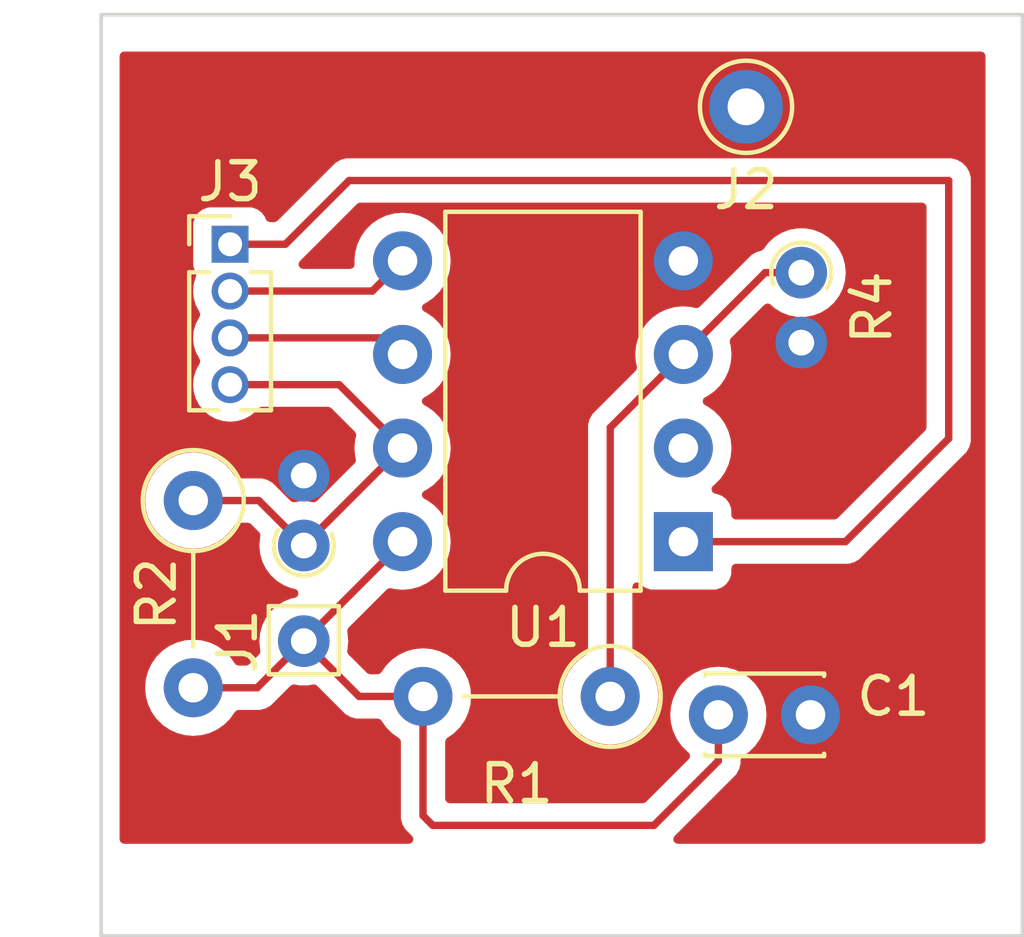
<source format=kicad_pcb>
(kicad_pcb (version 20240108) (generator "pcbnew") (generator_version "8.0")
  (layers (0 "F.Cu" signal) (31 "B.Cu" signal) (34 "B.Paste" user) (35 "F.Paste" user) (36 "B.SilkS" user "B.Silkscreen") (37 "F.SilkS" user "F.Silkscreen") (38 "B.Mask" user) (39 "F.Mask" user) (44 "Edge.Cuts" user))
  (net 0 "")
  (net 1 "+5V")
  (net 2 "GND")
  (net 3 "Net-(J3-Pin_4)")
  (net 4 "Net-(J3-Pin_2)")
  (net 5 "Net-(J3-Pin_1)")
  (net 6 "Net-(J3-Pin_3)")
  (net 7 "Net-(U1-XTAL2{slash}PB4)")
  (footprint "Connector_Pin:Pin_D0.7mm_L6.5mm_W1.8mm_FlatFork" (layer "F.Cu") (at 122.5 91.5 -90)
    (property "Reference" "J1" (at 0 1.8 -90) (layer "F.SilkS"))
    (property "Value" "Conn_01x01_Pin")
    (fp_line (start -0.95 0.95) (end 0.9 0.95) (stroke (width 0.12)) (layer "F.SilkS"))
    (fp_line (start 0.9 0.95) (end 0.9 -0.9) (stroke (width 0.12)) (layer "F.SilkS"))
    (fp_line (start 0.9 -0.9) (end 0.9 -0.95) (stroke (width 0.12)) (layer "F.SilkS"))
    (fp_line (start -0.95 -0.95) (end -0.95 0.95) (stroke (width 0.12)) (layer "F.SilkS"))
    (fp_line (start 0.9 -0.95) (end -0.95 -0.95) (stroke (width 0.12)) (layer "F.SilkS"))
    (pad "1" thru_hole circle (at 0 0 270) (size 1.4 1.4) (drill 0.7) (layers "*.Cu" "*.Mask") (net 1 "+5V"))
  )
  (footprint "Connector_Pin:Pin_D1.0mm_L10.0mm" (layer "F.Cu") (at 134.5 77)
    (property "Reference" "J2" (at 0 2.25 0) (layer "F.SilkS"))
    (property "Value" "Conn_01x01_Pin")
    (fp_circle (center 0 0) (end 1.25 0.05) (stroke (width 0.12)) (fill none) (layer "F.SilkS"))
    (pad "1" thru_hole circle (at 0 0) (size 2 2) (drill 1) (layers "*.Cu" "*.Mask") (net 2 "GND"))
  )
  (footprint "Connector_PinHeader_1.27mm:PinHeader_1x04_P1.27mm_Vertical" (layer "F.Cu") (at 120.5 80.73)
    (property "Reference" "J3" (at 0 -1.695 0) (layer "F.SilkS"))
    (property "Value" "Conn_01x04_Pin")
    (fp_line (start -1.11 -0.76) (end 0 -0.76) (stroke (width 0.12)) (layer "F.SilkS"))
    (fp_line (start -1.11 0) (end -1.11 -0.76) (stroke (width 0.12)) (layer "F.SilkS"))
    (fp_line (start -1.11 0.76) (end -1.11 4.505) (stroke (width 0.12)) (layer "F.SilkS"))
    (fp_line (start -1.11 0.76) (end -0.563471 0.76) (stroke (width 0.12)) (layer "F.SilkS"))
    (fp_line (start -1.11 4.505) (end -0.30753 4.505) (stroke (width 0.12)) (layer "F.SilkS"))
    (fp_line (start 0.30753 4.505) (end 1.11 4.505) (stroke (width 0.12)) (layer "F.SilkS"))
    (fp_line (start 0.563471 0.76) (end 1.11 0.76) (stroke (width 0.12)) (layer "F.SilkS"))
    (fp_line (start 1.11 0.76) (end 1.11 4.505) (stroke (width 0.12)) (layer "F.SilkS"))
    (pad "1" thru_hole rect (at 0 0) (size 1 1) (drill 0.65) (layers "*.Cu" "*.Mask") (net 5 "Net-(J3-Pin_1)"))
    (pad "2" thru_hole oval (at 0 1.27) (size 1 1) (drill 0.65) (layers "*.Cu" "*.Mask") (net 4 "Net-(J3-Pin_2)"))
    (pad "3" thru_hole oval (at 0 2.54) (size 1 1) (drill 0.65) (layers "*.Cu" "*.Mask") (net 6 "Net-(J3-Pin_3)"))
    (pad "4" thru_hole oval (at 0 3.81) (size 1 1) (drill 0.65) (layers "*.Cu" "*.Mask") (net 3 "Net-(J3-Pin_4)"))
  )
  (footprint "Capacitor_THT:C_Disc_D3.0mm_W2.0mm_P2.50mm" (layer "F.Cu") (at 133.75 93.5)
    (property "Reference" "C1" (at 4.75 -0.5 0) (layer "F.SilkS"))
    (property "Value" "C")
    (fp_line (start -0.37 -1.12) (end -0.37 -1.055) (stroke (width 0.12)) (layer "F.SilkS"))
    (fp_line (start -0.37 -1.12) (end 2.87 -1.12) (stroke (width 0.12)) (layer "F.SilkS"))
    (fp_line (start -0.37 1.055) (end -0.37 1.12) (stroke (width 0.12)) (layer "F.SilkS"))
    (fp_line (start -0.37 1.12) (end 2.87 1.12) (stroke (width 0.12)) (layer "F.SilkS"))
    (fp_line (start 2.87 -1.12) (end 2.87 -1.055) (stroke (width 0.12)) (layer "F.SilkS"))
    (fp_line (start 2.87 1.055) (end 2.87 1.12) (stroke (width 0.12)) (layer "F.SilkS"))
    (pad "1" thru_hole circle (at 0 0) (size 1.6 1.6) (drill 0.8) (layers "*.Cu" "*.Mask") (net 1 "+5V"))
    (pad "2" thru_hole circle (at 2.5 0) (size 1.6 1.6) (drill 0.8) (layers "*.Cu" "*.Mask") (net 2 "GND"))
  )
  (footprint "Resistor_THT:R_Axial_DIN0207_L6.3mm_D2.5mm_P5.08mm_Vertical" (layer "F.Cu") (at 119.5 87.685 -90)
    (property "Reference" "R2" (at 2.54 1 90) (layer "F.SilkS"))
    (property "Value" "R")
    (fp_line (start 1.37 0) (end 3.98 0) (stroke (width 0.12)) (layer "F.SilkS"))
    (fp_circle (center 0 0) (end 1.37 0) (stroke (width 0.12)) (fill none) (layer "F.SilkS"))
    (pad "1" thru_hole circle (at 0 0 270) (size 1.6 1.6) (drill 0.8) (layers "*.Cu" "*.Mask") (net 3 "Net-(J3-Pin_4)"))
    (pad "2" thru_hole oval (at 5.08 0 270) (size 1.6 1.6) (drill 0.8) (layers "*.Cu" "*.Mask") (net 1 "+5V"))
  )
  (footprint "Package_DIP:DIP-8_W7.62mm" (layer "F.Cu") (at 132.8 88.8 180)
    (property "Reference" "U1" (at 3.81 -2.33 180) (layer "F.SilkS"))
    (property "Value" "ATtiny85-20P")
    (fp_line (start 6.46 8.95) (end 6.46 -1.33) (stroke (width 0.12)) (layer "F.SilkS"))
    (fp_line (start 6.46 -1.33) (end 4.81 -1.33) (stroke (width 0.12)) (layer "F.SilkS"))
    (fp_line (start 2.81 -1.33) (end 1.16 -1.33) (stroke (width 0.12)) (layer "F.SilkS"))
    (fp_line (start 1.16 8.95) (end 6.46 8.95) (stroke (width 0.12)) (layer "F.SilkS"))
    (fp_line (start 1.16 -1.33) (end 1.16 8.95) (stroke (width 0.12)) (layer "F.SilkS"))
    (fp_arc (start 4.81 -1.33) (mid 3.81 -0.33) (end 2.81 -1.33) (stroke (width 0.12)) (layer "F.SilkS"))
    (pad "1" thru_hole rect (at 0 0 180) (size 1.6 1.6) (drill 0.8) (layers "*.Cu" "*.Mask") (net 5 "Net-(J3-Pin_1)"))
    (pad "2" thru_hole oval (at 0 2.54 180) (size 1.6 1.6) (drill 0.8) (layers "*.Cu" "*.Mask"))
    (pad "3" thru_hole oval (at 0 5.08 180) (size 1.6 1.6) (drill 0.8) (layers "*.Cu" "*.Mask") (net 7 "Net-(U1-XTAL2{slash}PB4)"))
    (pad "4" thru_hole oval (at 0 7.62 180) (size 1.6 1.6) (drill 0.8) (layers "*.Cu" "*.Mask") (net 2 "GND"))
    (pad "5" thru_hole oval (at 7.62 7.62 180) (size 1.6 1.6) (drill 0.8) (layers "*.Cu" "*.Mask") (net 4 "Net-(J3-Pin_2)"))
    (pad "6" thru_hole oval (at 7.62 5.08 180) (size 1.6 1.6) (drill 0.8) (layers "*.Cu" "*.Mask") (net 6 "Net-(J3-Pin_3)"))
    (pad "7" thru_hole oval (at 7.62 2.54 180) (size 1.6 1.6) (drill 0.8) (layers "*.Cu" "*.Mask") (net 3 "Net-(J3-Pin_4)"))
    (pad "8" thru_hole oval (at 7.62 0 180) (size 1.6 1.6) (drill 0.8) (layers "*.Cu" "*.Mask") (net 1 "+5V"))
  )
  (footprint "Resistor_THT:R_Axial_DIN0204_L3.6mm_D1.6mm_P1.90mm_Vertical" (layer "F.Cu") (at 136 81.5 -90)
    (property "Reference" "R4" (at 0.95 -1.92 90) (layer "F.SilkS"))
    (property "Value" "R_Variable")
    (fp_arc (start 0.320095 0.749359) (mid -0.813042 -0.054435) (end 0.417133 -0.7) (stroke (width 0.12)) (layer "F.SilkS"))
    (pad "1" thru_hole circle (at 0 0 270) (size 1.4 1.4) (drill 0.7) (layers "*.Cu" "*.Mask") (net 7 "Net-(U1-XTAL2{slash}PB4)"))
    (pad "2" thru_hole oval (at 1.9 0 270) (size 1.4 1.4) (drill 0.7) (layers "*.Cu" "*.Mask") (net 2 "GND"))
  )
  (footprint "Resistor_THT:R_Axial_DIN0204_L3.6mm_D1.6mm_P1.90mm_Vertical" (layer "F.Cu") (at 122.5 88.905 90)
    (property "Reference" "R3" (hide yes))
    (property "Value" "R_Variable")
    (fp_arc (start 0.320095 0.749359) (mid -0.813042 -0.054435) (end 0.417133 -0.7) (stroke (width 0.12)) (layer "F.SilkS"))
    (pad "1" thru_hole circle (at 0 0 90) (size 1.4 1.4) (drill 0.7) (layers "*.Cu" "*.Mask") (net 3 "Net-(J3-Pin_4)"))
    (pad "2" thru_hole oval (at 1.9 0 90) (size 1.4 1.4) (drill 0.7) (layers "*.Cu" "*.Mask") (net 2 "GND"))
  )
  (footprint "Resistor_THT:R_Axial_DIN0207_L6.3mm_D2.5mm_P5.08mm_Vertical" (layer "F.Cu") (at 130.815 93 180)
    (property "Reference" "R1" (at 2.54 -2.37 180) (layer "F.SilkS"))
    (property "Value" "R")
    (fp_line (start 1.37 0) (end 3.98 0) (stroke (width 0.12)) (layer "F.SilkS"))
    (fp_circle (center 0 0) (end 1.37 0) (stroke (width 0.12)) (fill none) (layer "F.SilkS"))
    (pad "1" thru_hole circle (at 0 0 180) (size 1.6 1.6) (drill 0.8) (layers "*.Cu" "*.Mask") (net 7 "Net-(U1-XTAL2{slash}PB4)"))
    (pad "2" thru_hole oval (at 5.08 0 180) (size 1.6 1.6) (drill 0.8) (layers "*.Cu" "*.Mask") (net 1 "+5V"))
  )
  (gr_rect (start 117 74.5) (end 142 99.5) (stroke (width 0.1)) (fill none) (layer "Edge.Cuts"))
  (segment (start 133.75 94.75) (end 132 96.5) (width 0.2) (layer "F.Cu") (net 1))
  (segment (start 125.735 93) (end 124 93) (width 0.2) (layer "F.Cu") (net 1))
  (segment (start 121.235 92.765) (end 122.5 91.5) (width 0.2) (layer "F.Cu") (net 1))
  (segment (start 125.735 96.235) (end 125.735 93) (width 0.2) (layer "F.Cu") (net 1))
  (segment (start 122.5 91.5) (end 125.18 88.82) (width 0.2) (layer "F.Cu") (net 1))
  (segment (start 124 93) (end 122.5 91.5) (width 0.2) (layer "F.Cu") (net 1))
  (segment (start 126 96.5) (end 125.735 96.235) (width 0.2) (layer "F.Cu") (net 1))
  (segment (start 132 96.5) (end 126 96.5) (width 0.2) (layer "F.Cu") (net 1))
  (segment (start 133.75 93.5) (end 133.75 94.75) (width 0.2) (layer "F.Cu") (net 1))
  (segment (start 125.18 88.82) (end 125.18 88.8) (width 0.2) (layer "F.Cu") (net 1))
  (segment (start 119.5 92.765) (end 121.235 92.765) (width 0.2) (layer "F.Cu") (net 1))
  (segment (start 125.145 86.26) (end 125.18 86.26) (width 0.2) (layer "F.Cu") (net 3))
  (segment (start 123.46 84.54) (end 120.5 84.54) (width 0.2) (layer "F.Cu") (net 3))
  (segment (start 125.18 86.26) (end 123.46 84.54) (width 0.2) (layer "F.Cu") (net 3))
  (segment (start 119.5 87.685) (end 121.28 87.685) (width 0.2) (layer "F.Cu") (net 3))
  (segment (start 122.5 88.905) (end 125.145 86.26) (width 0.2) (layer "F.Cu") (net 3))
  (segment (start 121.28 87.685) (end 122.5 88.905) (width 0.2) (layer "F.Cu") (net 3))
  (segment (start 124.36 82) (end 120.5 82) (width 0.2) (layer "F.Cu") (net 4))
  (segment (start 125.18 81.18) (end 124.36 82) (width 0.2) (layer "F.Cu") (net 4))
  (segment (start 140 86) (end 140 79) (width 0.2) (layer "F.Cu") (net 5))
  (segment (start 122 80.73) (end 120.5 80.73) (width 0.2) (layer "F.Cu") (net 5))
  (segment (start 137.2 88.8) (end 140 86) (width 0.2) (layer "F.Cu") (net 5))
  (segment (start 123.73 79) (end 122 80.73) (width 0.2) (layer "F.Cu") (net 5))
  (segment (start 132.8 88.8) (end 137.2 88.8) (width 0.2) (layer "F.Cu") (net 5))
  (segment (start 140 79) (end 123.73 79) (width 0.2) (layer "F.Cu") (net 5))
  (segment (start 124.73 83.27) (end 125.18 83.72) (width 0.2) (layer "F.Cu") (net 6))
  (segment (start 120.5 83.27) (end 124.73 83.27) (width 0.2) (layer "F.Cu") (net 6))
  (segment (start 130.815 85.705) (end 130.815 93) (width 0.2) (layer "F.Cu") (net 7))
  (segment (start 132.8 83.72) (end 135.02 81.5) (width 0.2) (layer "F.Cu") (net 7))
  (segment (start 135.02 81.5) (end 136 81.5) (width 0.2) (layer "F.Cu") (net 7))
  (segment (start 132.8 83.72) (end 130.815 85.705) (width 0.2) (layer "F.Cu") (net 7))
  (zone (net 2) (net_name "GND") (layer "F.Cu") (connect_pads yes (clearance 0.5)) (min_thickness 0.25) (fill yes (thermal_gap 0.5) (thermal_bridge_width 0.5))
    (polygon (pts (xy 117 97) (xy 117 75.5) (xy 141 75.5) (xy 141 97)))
  )
)
</source>
